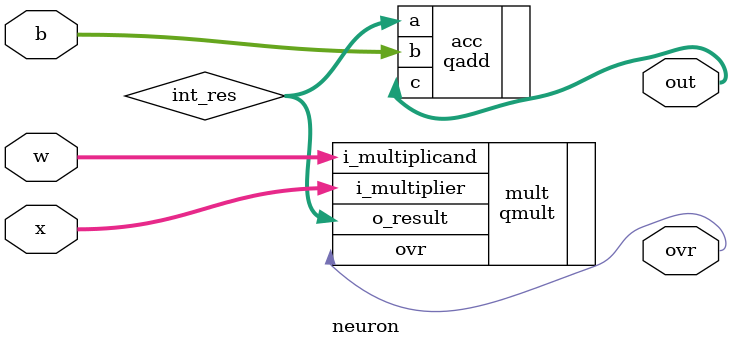
<source format=v>
`timescale 1ns / 1ps


module neuron(
        w, x, b, ovr, out
    );
    
//    input wire clk, enable, rst;
    input wire [7:0] w, x, b;
    output wire ovr;
    output wire [7:0] out;
    
    wire [7:0] int_res;
    
    qmult mult (.i_multiplicand(w), .i_multiplier(x), .o_result(int_res), .ovr(ovr));
    qadd acc (.a(int_res), .b(b), .c(out));
    
    
endmodule

</source>
